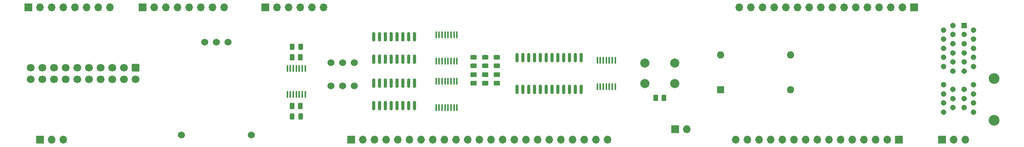
<source format=gbr>
%TF.GenerationSoftware,KiCad,Pcbnew,(6.0.0-0)*%
%TF.CreationDate,2022-02-16T17:51:06-05:00*%
%TF.ProjectId,cpu-input-output-control,6370752d-696e-4707-9574-2d6f75747075,rev?*%
%TF.SameCoordinates,Original*%
%TF.FileFunction,Soldermask,Top*%
%TF.FilePolarity,Negative*%
%FSLAX46Y46*%
G04 Gerber Fmt 4.6, Leading zero omitted, Abs format (unit mm)*
G04 Created by KiCad (PCBNEW (6.0.0-0)) date 2022-02-16 17:51:06*
%MOMM*%
%LPD*%
G01*
G04 APERTURE LIST*
G04 Aperture macros list*
%AMRoundRect*
0 Rectangle with rounded corners*
0 $1 Rounding radius*
0 $2 $3 $4 $5 $6 $7 $8 $9 X,Y pos of 4 corners*
0 Add a 4 corners polygon primitive as box body*
4,1,4,$2,$3,$4,$5,$6,$7,$8,$9,$2,$3,0*
0 Add four circle primitives for the rounded corners*
1,1,$1+$1,$2,$3*
1,1,$1+$1,$4,$5*
1,1,$1+$1,$6,$7*
1,1,$1+$1,$8,$9*
0 Add four rect primitives between the rounded corners*
20,1,$1+$1,$2,$3,$4,$5,0*
20,1,$1+$1,$4,$5,$6,$7,0*
20,1,$1+$1,$6,$7,$8,$9,0*
20,1,$1+$1,$8,$9,$2,$3,0*%
G04 Aperture macros list end*
%ADD10RoundRect,0.100000X0.100000X-0.637500X0.100000X0.637500X-0.100000X0.637500X-0.100000X-0.637500X0*%
%ADD11RoundRect,0.243750X0.456250X-0.243750X0.456250X0.243750X-0.456250X0.243750X-0.456250X-0.243750X0*%
%ADD12C,1.524000*%
%ADD13R,1.700000X1.700000*%
%ADD14O,1.700000X1.700000*%
%ADD15RoundRect,0.250000X-0.450000X0.262500X-0.450000X-0.262500X0.450000X-0.262500X0.450000X0.262500X0*%
%ADD16RoundRect,0.150000X0.150000X-0.825000X0.150000X0.825000X-0.150000X0.825000X-0.150000X-0.825000X0*%
%ADD17RoundRect,0.250000X-0.262500X-0.450000X0.262500X-0.450000X0.262500X0.450000X-0.262500X0.450000X0*%
%ADD18RoundRect,0.243750X-0.243750X-0.456250X0.243750X-0.456250X0.243750X0.456250X-0.243750X0.456250X0*%
%ADD19C,2.000000*%
%ADD20R,1.600000X1.600000*%
%ADD21O,1.600000X1.600000*%
%ADD22RoundRect,0.250000X-0.600000X0.600000X-0.600000X-0.600000X0.600000X-0.600000X0.600000X0.600000X0*%
%ADD23C,1.700000*%
%ADD24RoundRect,0.150000X0.150000X-0.837500X0.150000X0.837500X-0.150000X0.837500X-0.150000X-0.837500X0*%
%ADD25C,2.350000*%
%ADD26R,1.208000X1.208000*%
%ADD27C,1.208000*%
%ADD28RoundRect,0.250000X0.262500X0.450000X-0.262500X0.450000X-0.262500X-0.450000X0.262500X-0.450000X0*%
G04 APERTURE END LIST*
D10*
%TO.C,U6*%
X134885000Y-79824500D03*
X135535000Y-79824500D03*
X136185000Y-79824500D03*
X136835000Y-79824500D03*
X137485000Y-79824500D03*
X138135000Y-79824500D03*
X138785000Y-79824500D03*
X139435000Y-79824500D03*
X139435000Y-74099500D03*
X138785000Y-74099500D03*
X138135000Y-74099500D03*
X137485000Y-74099500D03*
X136835000Y-74099500D03*
X136185000Y-74099500D03*
X135535000Y-74099500D03*
X134885000Y-74099500D03*
%TD*%
D11*
%TO.C,D3*%
X148082000Y-80869000D03*
X148082000Y-78994000D03*
%TD*%
D10*
%TO.C,U2*%
X102450000Y-87166500D03*
X103100000Y-87166500D03*
X103750000Y-87166500D03*
X104400000Y-87166500D03*
X105050000Y-87166500D03*
X105700000Y-87166500D03*
X106350000Y-87166500D03*
X106350000Y-81441500D03*
X105700000Y-81441500D03*
X105050000Y-81441500D03*
X104400000Y-81441500D03*
X103750000Y-81441500D03*
X103100000Y-81441500D03*
X102450000Y-81441500D03*
%TD*%
D12*
%TO.C,U4*%
X84441000Y-75676000D03*
X89521000Y-75676000D03*
X79361000Y-95996000D03*
X94601000Y-95996000D03*
X86981000Y-75676000D03*
%TD*%
D13*
%TO.C,J4*%
X186944000Y-94742000D03*
D14*
X189484000Y-94742000D03*
%TD*%
D15*
%TO.C,R3*%
X145542000Y-82829000D03*
X145542000Y-84654000D03*
%TD*%
D11*
%TO.C,D1*%
X143002000Y-80869000D03*
X143002000Y-78994000D03*
%TD*%
D16*
%TO.C,U8*%
X121285000Y-89597000D03*
X122555000Y-89597000D03*
X123825000Y-89597000D03*
X125095000Y-89597000D03*
X126365000Y-89597000D03*
X127635000Y-89597000D03*
X128905000Y-89597000D03*
X130175000Y-89597000D03*
X130175000Y-84647000D03*
X128905000Y-84647000D03*
X127635000Y-84647000D03*
X126365000Y-84647000D03*
X125095000Y-84647000D03*
X123825000Y-84647000D03*
X122555000Y-84647000D03*
X121285000Y-84647000D03*
%TD*%
D17*
%TO.C,R5*%
X103481500Y-78994000D03*
X105306500Y-78994000D03*
%TD*%
D18*
%TO.C,D4*%
X103456500Y-76708000D03*
X105331500Y-76708000D03*
%TD*%
D10*
%TO.C,U7*%
X134885000Y-89984500D03*
X135535000Y-89984500D03*
X136185000Y-89984500D03*
X136835000Y-89984500D03*
X137485000Y-89984500D03*
X138135000Y-89984500D03*
X138785000Y-89984500D03*
X139435000Y-89984500D03*
X139435000Y-84259500D03*
X138785000Y-84259500D03*
X138135000Y-84259500D03*
X137485000Y-84259500D03*
X136835000Y-84259500D03*
X136185000Y-84259500D03*
X135535000Y-84259500D03*
X134885000Y-84259500D03*
%TD*%
D19*
%TO.C,SW1*%
X186892000Y-80300000D03*
X180392000Y-80300000D03*
X186892000Y-84800000D03*
X180392000Y-84800000D03*
%TD*%
D18*
%TO.C,D5*%
X103455000Y-91916000D03*
X105330000Y-91916000D03*
%TD*%
D20*
%TO.C,Y1*%
X196845000Y-86081000D03*
D21*
X212085000Y-86081000D03*
X212085000Y-78461000D03*
X196845000Y-78461000D03*
%TD*%
D22*
%TO.C,J3*%
X69342000Y-81280000D03*
D23*
X69342000Y-83820000D03*
X66802000Y-81280000D03*
X66802000Y-83820000D03*
X64262000Y-81280000D03*
X64262000Y-83820000D03*
X61722000Y-81280000D03*
X61722000Y-83820000D03*
X59182000Y-81280000D03*
X59182000Y-83820000D03*
X56642000Y-81280000D03*
X56642000Y-83820000D03*
X54102000Y-81280000D03*
X54102000Y-83820000D03*
X51562000Y-81280000D03*
X51562000Y-83820000D03*
X49022000Y-81280000D03*
X49022000Y-83820000D03*
X46482000Y-81280000D03*
X46482000Y-83820000D03*
%TD*%
D17*
%TO.C,R6*%
X103480000Y-89630000D03*
X105305000Y-89630000D03*
%TD*%
D10*
%TO.C,U1*%
X170008000Y-85412500D03*
X170658000Y-85412500D03*
X171308000Y-85412500D03*
X171958000Y-85412500D03*
X172608000Y-85412500D03*
X173258000Y-85412500D03*
X173908000Y-85412500D03*
X173908000Y-79687500D03*
X173258000Y-79687500D03*
X172608000Y-79687500D03*
X171958000Y-79687500D03*
X171308000Y-79687500D03*
X170658000Y-79687500D03*
X170008000Y-79687500D03*
%TD*%
D15*
%TO.C,R4*%
X148082000Y-82829000D03*
X148082000Y-84654000D03*
%TD*%
D24*
%TO.C,U3*%
X152527000Y-86012500D03*
X153797000Y-86012500D03*
X155067000Y-86012500D03*
X156337000Y-86012500D03*
X157607000Y-86012500D03*
X158877000Y-86012500D03*
X160147000Y-86012500D03*
X161417000Y-86012500D03*
X162687000Y-86012500D03*
X163957000Y-86012500D03*
X165227000Y-86012500D03*
X166497000Y-86012500D03*
X166497000Y-79087500D03*
X165227000Y-79087500D03*
X163957000Y-79087500D03*
X162687000Y-79087500D03*
X161417000Y-79087500D03*
X160147000Y-79087500D03*
X158877000Y-79087500D03*
X157607000Y-79087500D03*
X156337000Y-79087500D03*
X155067000Y-79087500D03*
X153797000Y-79087500D03*
X152527000Y-79087500D03*
%TD*%
D25*
%TO.C,J21*%
X256504000Y-83684000D03*
X256504000Y-92834000D03*
D26*
X250004000Y-72034000D03*
D27*
X252004000Y-73034000D03*
X250004000Y-74034000D03*
X252004000Y-75034000D03*
X250004000Y-76034000D03*
X252004000Y-77034000D03*
X250004000Y-78034000D03*
X252004000Y-79034000D03*
X250004000Y-80034000D03*
X252004000Y-81034000D03*
X250004000Y-82034000D03*
X252004000Y-85034000D03*
X250004000Y-86034000D03*
X252004000Y-87034000D03*
X250004000Y-88034000D03*
X252004000Y-89034000D03*
X250004000Y-90034000D03*
X252004000Y-91034000D03*
X247504000Y-72034000D03*
X245504000Y-73034000D03*
X247504000Y-74034000D03*
X245504000Y-75034000D03*
X247504000Y-76034000D03*
X245504000Y-77034000D03*
X247504000Y-78034000D03*
X245504000Y-79034000D03*
X247504000Y-80034000D03*
X245504000Y-81034000D03*
X247504000Y-82034000D03*
X245504000Y-85034000D03*
X247504000Y-86034000D03*
X245504000Y-87034000D03*
X247504000Y-88034000D03*
X245504000Y-89034000D03*
X247504000Y-90034000D03*
X245504000Y-91034000D03*
%TD*%
D28*
%TO.C,R1*%
X184554500Y-87884000D03*
X182729500Y-87884000D03*
%TD*%
D12*
%TO.C,SW2*%
X114542000Y-80204000D03*
X112002000Y-80204000D03*
X117082000Y-80204000D03*
X112002000Y-85284000D03*
X117082000Y-85284000D03*
X114542000Y-85284000D03*
%TD*%
D11*
%TO.C,D2*%
X145542000Y-80869000D03*
X145542000Y-78994000D03*
%TD*%
D16*
%TO.C,U5*%
X121285000Y-79437000D03*
X122555000Y-79437000D03*
X123825000Y-79437000D03*
X125095000Y-79437000D03*
X126365000Y-79437000D03*
X127635000Y-79437000D03*
X128905000Y-79437000D03*
X130175000Y-79437000D03*
X130175000Y-74487000D03*
X128905000Y-74487000D03*
X127635000Y-74487000D03*
X126365000Y-74487000D03*
X125095000Y-74487000D03*
X123825000Y-74487000D03*
X122555000Y-74487000D03*
X121285000Y-74487000D03*
%TD*%
D15*
%TO.C,R2*%
X143002000Y-82829000D03*
X143002000Y-84654000D03*
%TD*%
D13*
%TO.C,J16*%
X45989000Y-68072000D03*
D14*
X48529000Y-68072000D03*
X51069000Y-68072000D03*
X53609000Y-68072000D03*
X56149000Y-68072000D03*
X58689000Y-68072000D03*
X61229000Y-68072000D03*
X63769000Y-68072000D03*
%TD*%
D13*
%TO.C,J8*%
X245110000Y-97028000D03*
D14*
X247650000Y-97028000D03*
X250190000Y-97028000D03*
%TD*%
D13*
%TO.C,J5*%
X235702000Y-97028000D03*
D14*
X233162000Y-97028000D03*
X230622000Y-97028000D03*
X228082000Y-97028000D03*
X225542000Y-97028000D03*
X223002000Y-97028000D03*
X220462000Y-97028000D03*
X217922000Y-97028000D03*
X215382000Y-97028000D03*
X212842000Y-97028000D03*
X210302000Y-97028000D03*
X207762000Y-97028000D03*
X205222000Y-97028000D03*
X202682000Y-97028000D03*
X200142000Y-97028000D03*
%TD*%
D13*
%TO.C,J11*%
X70866000Y-68072000D03*
D14*
X73406000Y-68072000D03*
X75946000Y-68072000D03*
X78486000Y-68072000D03*
X81026000Y-68072000D03*
X83566000Y-68072000D03*
X86106000Y-68072000D03*
X88646000Y-68072000D03*
%TD*%
D13*
%TO.C,J2*%
X116337000Y-97028000D03*
D14*
X118877000Y-97028000D03*
X121417000Y-97028000D03*
X123957000Y-97028000D03*
X126497000Y-97028000D03*
X129037000Y-97028000D03*
X131577000Y-97028000D03*
X134117000Y-97028000D03*
X136657000Y-97028000D03*
X139197000Y-97028000D03*
X141737000Y-97028000D03*
X144277000Y-97028000D03*
X146817000Y-97028000D03*
X149357000Y-97028000D03*
X151897000Y-97028000D03*
X154437000Y-97028000D03*
X156977000Y-97028000D03*
X159517000Y-97028000D03*
X162057000Y-97028000D03*
X164597000Y-97028000D03*
X167137000Y-97028000D03*
X169677000Y-97028000D03*
X172217000Y-97028000D03*
%TD*%
D13*
%TO.C,J6*%
X239014000Y-68060000D03*
D14*
X236474000Y-68060000D03*
X233934000Y-68060000D03*
X231394000Y-68060000D03*
X228854000Y-68060000D03*
X226314000Y-68060000D03*
X223774000Y-68060000D03*
X221234000Y-68060000D03*
X218694000Y-68060000D03*
X216154000Y-68060000D03*
X213614000Y-68060000D03*
X211074000Y-68060000D03*
X208534000Y-68060000D03*
X205994000Y-68060000D03*
X203454000Y-68060000D03*
X200914000Y-68060000D03*
%TD*%
D13*
%TO.C,J1*%
X97660000Y-68050000D03*
D14*
X100200000Y-68050000D03*
X102740000Y-68050000D03*
X105280000Y-68050000D03*
X107820000Y-68050000D03*
X110360000Y-68050000D03*
%TD*%
D13*
%TO.C,J7*%
X48514000Y-97028000D03*
D14*
X51054000Y-97028000D03*
X53594000Y-97028000D03*
%TD*%
M02*

</source>
